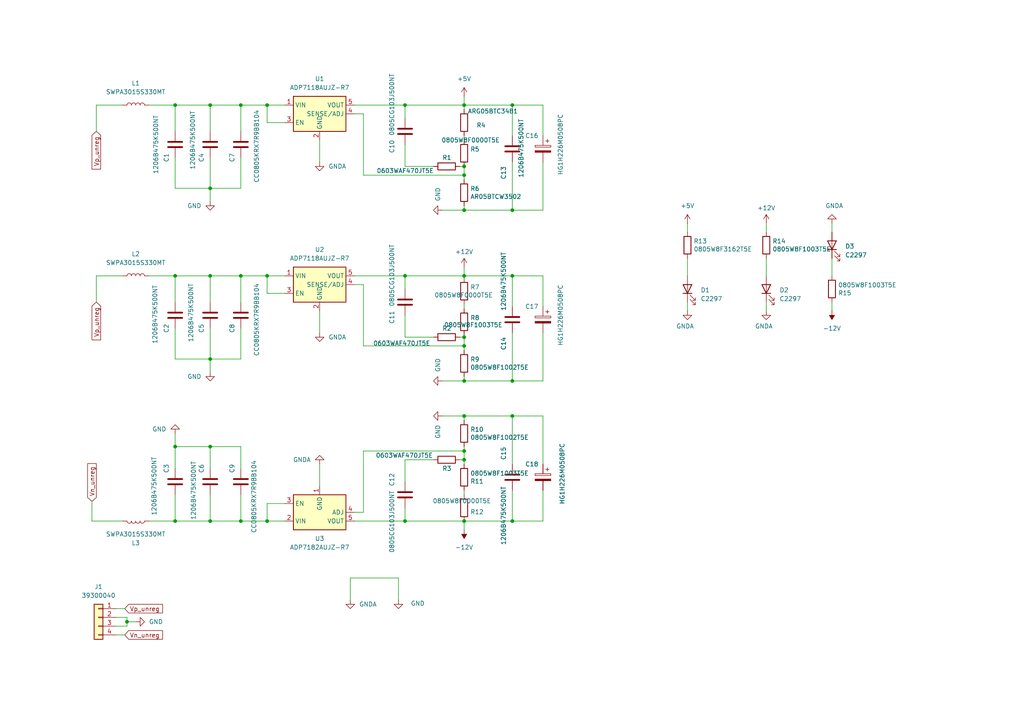
<source format=kicad_sch>
(kicad_sch (version 20250114) (generator "eeschema") (generator_version "9.0")
  (paper "A4")
  (lib_symbols
    (symbol "Connector_Generic:Conn_01x04" (pin_names (offset 1.016) (hide yes))
      (property "Reference" "J" (at 0 5.08 0))
      (property "Value" "Conn_01x04" (at 0 -7.62 0))
      (symbol "Conn_01x04_1_1"
        (rectangle (start -1.27 3.81) (end 1.27 -6.35) (stroke (width 0.254)) (fill (type background)))
        (rectangle (start -1.27 2.667) (end 0 2.413) (stroke (width 0.1524)))
        (rectangle (start -1.27 0.127) (end 0 -0.127) (stroke (width 0.1524)))
        (rectangle (start -1.27 -2.413) (end 0 -2.667) (stroke (width 0.1524)))
        (rectangle (start -1.27 -4.953) (end 0 -5.207) (stroke (width 0.1524)))
        (pin passive line (at -5.08 2.54 0) (length 3.81) (name "Pin_1") (number "1"))
        (pin passive line (at -5.08 0 0) (length 3.81) (name "Pin_2") (number "2"))
        (pin passive line (at -5.08 -2.54 0) (length 3.81) (name "Pin_3") (number "3"))
        (pin passive line (at -5.08 -5.08 0) (length 3.81) (name "Pin_4") (number "4"))
      )
    )
    (symbol "Device:C" (pin_numbers (hide yes)) (pin_names (offset 0.254))
      (property "Reference" "C" (at 0.635 2.54 0))
      (property "Value" "C" (at 0.635 -2.54 0))
      (symbol "C_0_1"
        (polyline (pts (xy -2.032 0.762) (xy 2.032 0.762)) (stroke (width 0.508)))
        (polyline (pts (xy -2.032 -0.762) (xy 2.032 -0.762)) (stroke (width 0.508)))
      )
      (symbol "C_1_1"
        (pin passive line (at 0 3.81 270) (length 2.794) (name "~") (number "1"))
        (pin passive line (at 0 -3.81 90) (length 2.794) (name "~") (number "2"))
      )
    )
    (symbol "Device:C_Polarized" (pin_numbers (hide yes)) (pin_names (offset 0.254))
      (property "Reference" "C" (at 0.635 2.54 0))
      (property "Value" "C_Polarized" (at 0.635 -2.54 0))
      (symbol "C_Polarized_0_1"
        (rectangle (start -2.286 0.508) (end 2.286 1.016))
        (polyline (pts (xy -1.778 2.286) (xy -0.762 2.286)))
        (polyline (pts (xy -1.27 2.794) (xy -1.27 1.778)))
        (rectangle (start 2.286 -0.508) (end -2.286 -1.016) (fill (type outline)))
      )
      (symbol "C_Polarized_1_1"
        (pin passive line (at 0 3.81 270) (length 2.794) (name "~") (number "1"))
        (pin passive line (at 0 -3.81 90) (length 2.794) (name "~") (number "2"))
      )
    )
    (symbol "Device:L" (pin_numbers (hide yes)) (pin_names (offset 1.016) (hide yes))
      (property "Reference" "L" (at -1.27 0 90))
      (property "Value" "L" (at 1.905 0 90))
      (symbol "L_0_1"
        (arc (start 0 2.54) (mid 0.6323 1.905) (end 0 1.27))
        (arc (start 0 1.27) (mid 0.6323 0.635) (end 0 0))
        (arc (start 0 0) (mid 0.6323 -0.635) (end 0 -1.27))
        (arc (start 0 -1.27) (mid 0.6323 -1.905) (end 0 -2.54))
      )
      (symbol "L_1_1"
        (pin passive line (at 0 3.81 270) (length 1.27) (name "1") (number "1"))
        (pin passive line (at 0 -3.81 90) (length 1.27) (name "2") (number "2"))
      )
    )
    (symbol "Device:LED" (pin_numbers (hide yes)) (pin_names (offset 1.016) (hide yes))
      (property "Reference" "D" (at 0 2.54 0))
      (property "Value" "LED" (at 0 -2.54 0))
      (symbol "LED_0_1"
        (polyline (pts (xy -3.048 -0.762) (xy -4.572 -2.286) (xy -3.81 -2.286) (xy -4.572 -2.286) (xy -4.572 -1.524)))
        (polyline (pts (xy -1.778 -0.762) (xy -3.302 -2.286) (xy -2.54 -2.286) (xy -3.302 -2.286) (xy -3.302 -1.524)))
        (polyline (pts (xy -1.27 0) (xy 1.27 0)))
        (polyline (pts (xy -1.27 -1.27) (xy -1.27 1.27)) (stroke (width 0.254)))
        (polyline (pts (xy 1.27 -1.27) (xy 1.27 1.27) (xy -1.27 0) (xy 1.27 -1.27)) (stroke (width 0.254)))
      )
      (symbol "LED_1_1"
        (pin passive line (at -3.81 0 0) (length 2.54) (name "K") (number "1"))
        (pin passive line (at 3.81 0 180) (length 2.54) (name "A") (number "2"))
      )
    )
    (symbol "Device:R" (pin_numbers (hide yes)) (pin_names (offset 0))
      (property "Reference" "R" (at 2.032 0 90))
      (property "Value" "R" (at 0 0 90))
      (symbol "R_0_1"
        (rectangle (start -1.016 -2.54) (end 1.016 2.54) (stroke (width 0.254)))
      )
      (symbol "R_1_1"
        (pin passive line (at 0 3.81 270) (length 1.27) (name "~") (number "1"))
        (pin passive line (at 0 -3.81 90) (length 1.27) (name "~") (number "2"))
      )
    )
    (symbol "Regulator_Linear:ADP7142AUJZ"
      (property "Reference" "U" (at 0 8.89 0))
      (property "Value" "ADP7142AUJZ" (at 0 6.35 0))
      (symbol "ADP7142AUJZ_0_1"
        (rectangle (start -7.62 5.08) (end 7.62 -5.08) (stroke (width 0.254)) (fill (type background)))
      )
      (symbol "ADP7142AUJZ_1_1"
        (pin power_in line (at -10.16 2.54 0) (length 2.54) (name "VIN") (number "1"))
        (pin input line (at -10.16 -2.54 0) (length 2.54) (name "EN") (number "3"))
        (pin power_in line (at 0 -7.62 90) (length 2.54) (name "GND") (number "2"))
        (pin power_out line (at 10.16 2.54 180) (length 2.54) (name "VOUT") (number "5"))
        (pin input line (at 10.16 0 180) (length 2.54) (name "SENSE/ADJ") (number "4"))
      )
    )
    (symbol "Regulator_Linear:ADP7182AUJZ"
      (property "Reference" "U" (at 0 -7.62 0))
      (property "Value" "ADP7182AUJZ" (at 0 -6.35 0))
      (symbol "ADP7182AUJZ_0_1"
        (rectangle (start -7.62 5.08) (end 7.62 -5.08) (stroke (width 0.254)) (fill (type background)))
      )
      (symbol "ADP7182AUJZ_1_1"
        (pin input line (at -10.16 2.54 0) (length 2.54) (name "EN") (number "3"))
        (pin power_in line (at -10.16 -2.54 0) (length 2.54) (name "VIN") (number "2"))
        (pin power_in line (at 0 7.62 270) (length 2.54) (name "GND") (number "1"))
        (pin input line (at 10.16 0 180) (length 2.54) (name "ADJ") (number "4"))
        (pin power_out line (at 10.16 -2.54 180) (length 2.54) (name "VOUT") (number "5"))
      )
    )
    (symbol "power:+12V" (power) (pin_numbers (hide yes)) (pin_names (offset 0) (hide yes))
      (property "Value" "+12V" (at 0 3.556 0))
      (symbol "+12V_0_1"
        (polyline (pts (xy -0.762 1.27) (xy 0 2.54)))
        (polyline (pts (xy 0 2.54) (xy 0.762 1.27)))
        (polyline (pts (xy 0 0) (xy 0 2.54)))
      )
      (symbol "+12V_1_1"
        (pin power_in line (at 0 0 90) (length 0) (name "~") (number "1"))
      )
    )
    (symbol "power:-12V" (power) (pin_numbers (hide yes)) (pin_names (offset 0) (hide yes))
      (property "Value" "-12V" (at 0 3.556 0))
      (symbol "-12V_0_0"
        (pin power_in line (at 0 0 90) (length 0) (name "~") (number "1"))
      )
      (symbol "-12V_0_1"
        (polyline (pts (xy 0 0) (xy 0 1.27) (xy 0.762 1.27) (xy 0 2.54) (xy -0.762 1.27) (xy 0 1.27)) (fill (type outline)))
      )
    )
    (symbol "power:GND" (power) (pin_names (offset 0))
      (property "Value" "GND" (at 0 -3.81 0))
      (symbol "GND_0_1"
        (polyline (pts (xy 0 0) (xy 0 -1.27) (xy 1.27 -1.27) (xy 0 -2.54) (xy -1.27 -1.27) (xy 0 -1.27)))
      )
      (symbol "GND_1_1"
        (pin power_in line (at 0 0 270) (length 0) (hide yes) (name "GND") (number "1"))
      )
    )
  )
  (junction (at 117.475 151.13))
  (junction (at 134.62 60.96))
  (junction (at 36.83 180.34))
  (junction (at 77.47 151.13))
  (junction (at 60.96 30.48))
  (junction (at 69.85 80.01))
  (junction (at 134.62 48.26))
  (junction (at 50.8 151.13))
  (junction (at 50.8 80.01))
  (junction (at 134.62 151.13))
  (junction (at 60.96 151.13))
  (junction (at 134.62 30.48))
  (junction (at 50.8 129.54))
  (junction (at 148.59 30.48))
  (junction (at 60.96 54.61))
  (junction (at 77.47 30.48))
  (junction (at 134.62 97.79))
  (junction (at 117.475 30.48))
  (junction (at 134.62 100.33))
  (junction (at 134.62 110.49))
  (junction (at 134.62 50.8))
  (junction (at 148.59 60.96))
  (junction (at 69.85 30.48))
  (junction (at 134.62 130.81))
  (junction (at 148.59 120.65))
  (junction (at 60.96 104.14))
  (junction (at 148.59 80.01))
  (junction (at 77.47 80.01))
  (junction (at 148.59 151.13))
  (junction (at 134.62 120.65))
  (junction (at 117.475 80.01))
  (junction (at 134.62 133.35))
  (junction (at 50.8 30.48))
  (junction (at 69.85 151.13))
  (junction (at 60.96 80.01))
  (junction (at 148.59 110.49))
  (junction (at 60.96 129.54))
  (junction (at 134.62 80.01))
  (wire (pts (xy 157.48 134.62) (xy 157.48 120.65)))
  (wire (pts (xy 148.59 60.96) (xy 157.48 60.96)))
  (wire (pts (xy 77.47 35.56) (xy 77.47 30.48)))
  (wire (pts (xy 134.62 110.49) (xy 148.59 110.49)))
  (wire (pts (xy 148.59 120.65) (xy 157.48 120.65)))
  (wire (pts (xy 117.475 151.13) (xy 117.475 147.32)))
  (wire (pts (xy 69.85 95.25) (xy 69.85 104.14)))
  (wire (pts (xy 105.41 148.59) (xy 105.41 130.81)))
  (wire (pts (xy 69.85 129.54) (xy 60.96 129.54)))
  (wire (pts (xy 60.96 151.13) (xy 69.85 151.13)))
  (wire (pts (xy 102.87 82.55) (xy 105.41 82.55)))
  (wire (pts (xy 134.62 27.94) (xy 134.62 30.48)))
  (wire (pts (xy 69.85 104.14) (xy 60.96 104.14)))
  (wire (pts (xy 35.56 80.01) (xy 27.94 80.01)))
  (wire (pts (xy 60.96 104.14) (xy 50.8 104.14)))
  (wire (pts (xy 105.41 33.02) (xy 105.41 50.8)))
  (wire (pts (xy 60.96 54.61) (xy 50.8 54.61)))
  (wire (pts (xy 69.85 38.1) (xy 69.85 30.48)))
  (wire (pts (xy 50.8 151.13) (xy 60.96 151.13)))
  (wire (pts (xy 133.35 48.26) (xy 134.62 48.26)))
  (wire (pts (xy 102.87 30.48) (xy 117.475 30.48)))
  (wire (pts (xy 69.85 80.01) (xy 77.47 80.01)))
  (wire (pts (xy 134.62 52.07) (xy 134.62 50.8)))
  (wire (pts (xy 134.62 80.645) (xy 134.62 80.01)))
  (wire (pts (xy 82.55 35.56) (xy 77.47 35.56)))
  (wire (pts (xy 148.59 80.01) (xy 148.59 88.9)))
  (wire (pts (xy 241.3 80.01) (xy 241.3 74.93)))
  (wire (pts (xy 134.62 133.35) (xy 134.62 130.81)))
  (wire (pts (xy 36.83 181.61) (xy 33.655 181.61)))
  (wire (pts (xy 148.59 30.48) (xy 157.48 30.48)))
  (wire (pts (xy 134.62 97.155) (xy 134.62 97.79)))
  (wire (pts (xy 60.96 38.1) (xy 60.96 30.48)))
  (wire (pts (xy 60.96 135.89) (xy 60.96 129.54)))
  (wire (pts (xy 222.25 64.77) (xy 222.25 67.31)))
  (wire (pts (xy 27.94 80.01) (xy 27.94 87.63)))
  (wire (pts (xy 69.85 143.51) (xy 69.85 151.13)))
  (wire (pts (xy 148.59 96.52) (xy 148.59 110.49)))
  (wire (pts (xy 134.62 60.96) (xy 148.59 60.96)))
  (wire (pts (xy 222.25 74.93) (xy 222.25 80.01)))
  (wire (pts (xy 77.47 146.05) (xy 77.47 151.13)))
  (wire (pts (xy 241.3 90.17) (xy 241.3 87.63)))
  (wire (pts (xy 117.475 80.01) (xy 134.62 80.01)))
  (wire (pts (xy 60.96 87.63) (xy 60.96 80.01)))
  (wire (pts (xy 128.27 110.49) (xy 134.62 110.49)))
  (wire (pts (xy 157.48 46.99) (xy 157.48 60.96)))
  (wire (pts (xy 82.55 146.05) (xy 77.47 146.05)))
  (wire (pts (xy 50.8 30.48) (xy 50.8 38.1)))
  (wire (pts (xy 36.83 180.34) (xy 39.37 180.34)))
  (wire (pts (xy 105.41 82.55) (xy 105.41 100.33)))
  (wire (pts (xy 117.475 91.44) (xy 117.475 97.79)))
  (wire (pts (xy 50.8 151.13) (xy 50.8 143.51)))
  (wire (pts (xy 134.62 80.01) (xy 148.59 80.01)))
  (wire (pts (xy 69.85 30.48) (xy 77.47 30.48)))
  (wire (pts (xy 82.55 85.09) (xy 77.47 85.09)))
  (wire (pts (xy 133.35 133.35) (xy 134.62 133.35)))
  (wire (pts (xy 157.48 80.01) (xy 157.48 88.9)))
  (wire (pts (xy 101.6 173.99) (xy 101.6 167.64)))
  (wire (pts (xy 36.195 176.53) (xy 33.655 176.53)))
  (wire (pts (xy 134.62 101.6) (xy 134.62 100.33)))
  (wire (pts (xy 241.3 67.31) (xy 241.3 64.77)))
  (wire (pts (xy 69.85 54.61) (xy 60.96 54.61)))
  (wire (pts (xy 117.475 41.91) (xy 117.475 48.26)))
  (wire (pts (xy 134.62 153.67) (xy 134.62 151.13)))
  (wire (pts (xy 105.41 100.33) (xy 134.62 100.33)))
  (wire (pts (xy 60.96 30.48) (xy 69.85 30.48)))
  (wire (pts (xy 60.96 143.51) (xy 60.96 151.13)))
  (wire (pts (xy 92.71 96.52) (xy 92.71 90.17)))
  (wire (pts (xy 148.59 151.13) (xy 148.59 142.24)))
  (wire (pts (xy 43.18 151.13) (xy 50.8 151.13)))
  (wire (pts (xy 102.87 80.01) (xy 117.475 80.01)))
  (wire (pts (xy 50.8 95.25) (xy 50.8 104.14)))
  (wire (pts (xy 148.59 80.01) (xy 157.48 80.01)))
  (wire (pts (xy 199.39 87.63) (xy 199.39 90.17)))
  (wire (pts (xy 134.62 31.75) (xy 134.62 30.48)))
  (wire (pts (xy 60.96 104.14) (xy 60.96 107.95)))
  (wire (pts (xy 60.96 95.25) (xy 60.96 104.14)))
  (wire (pts (xy 117.475 151.13) (xy 134.62 151.13)))
  (wire (pts (xy 148.59 110.49) (xy 157.48 110.49)))
  (wire (pts (xy 43.18 30.48) (xy 50.8 30.48)))
  (wire (pts (xy 102.87 33.02) (xy 105.41 33.02)))
  (wire (pts (xy 134.62 120.65) (xy 148.59 120.65)))
  (wire (pts (xy 102.87 151.13) (xy 117.475 151.13)))
  (wire (pts (xy 36.195 184.15) (xy 33.655 184.15)))
  (wire (pts (xy 69.85 151.13) (xy 77.47 151.13)))
  (wire (pts (xy 69.85 135.89) (xy 69.85 129.54)))
  (wire (pts (xy 134.62 48.26) (xy 134.62 50.8)))
  (wire (pts (xy 117.475 133.35) (xy 125.73 133.35)))
  (wire (pts (xy 157.48 96.52) (xy 157.48 110.49)))
  (wire (pts (xy 26.67 145.415) (xy 26.67 151.13)))
  (wire (pts (xy 115.57 167.64) (xy 115.57 173.99)))
  (wire (pts (xy 134.62 134.62) (xy 134.62 133.35)))
  (wire (pts (xy 69.85 87.63) (xy 69.85 80.01)))
  (wire (pts (xy 148.59 30.48) (xy 148.59 39.37)))
  (wire (pts (xy 60.96 45.72) (xy 60.96 54.61)))
  (wire (pts (xy 82.55 80.01) (xy 77.47 80.01)))
  (wire (pts (xy 128.27 120.65) (xy 134.62 120.65)))
  (wire (pts (xy 148.59 151.13) (xy 157.48 151.13)))
  (wire (pts (xy 105.41 50.8) (xy 134.62 50.8)))
  (wire (pts (xy 92.71 46.99) (xy 92.71 40.64)))
  (wire (pts (xy 134.62 60.96) (xy 134.62 59.69)))
  (wire (pts (xy 222.25 87.63) (xy 222.25 90.17)))
  (wire (pts (xy 60.96 80.01) (xy 69.85 80.01)))
  (wire (pts (xy 26.67 151.13) (xy 35.56 151.13)))
  (wire (pts (xy 134.62 39.37) (xy 134.62 40.64)))
  (wire (pts (xy 60.96 129.54) (xy 50.8 129.54)))
  (wire (pts (xy 134.62 151.13) (xy 148.59 151.13)))
  (wire (pts (xy 117.475 97.79) (xy 125.73 97.79)))
  (wire (pts (xy 82.55 30.48) (xy 77.47 30.48)))
  (wire (pts (xy 92.71 134.62) (xy 92.71 140.97)))
  (wire (pts (xy 128.27 60.96) (xy 134.62 60.96)))
  (wire (pts (xy 157.48 30.48) (xy 157.48 39.37)))
  (wire (pts (xy 50.8 135.89) (xy 50.8 129.54)))
  (wire (pts (xy 27.94 30.48) (xy 27.94 38.1)))
  (wire (pts (xy 36.83 179.07) (xy 33.655 179.07)))
  (wire (pts (xy 157.48 151.13) (xy 157.48 142.24)))
  (wire (pts (xy 117.475 30.48) (xy 117.475 34.29)))
  (wire (pts (xy 117.475 80.01) (xy 117.475 83.82)))
  (wire (pts (xy 36.83 179.07) (xy 36.83 180.34)))
  (wire (pts (xy 117.475 30.48) (xy 134.62 30.48)))
  (wire (pts (xy 133.35 97.79) (xy 134.62 97.79)))
  (wire (pts (xy 50.8 129.54) (xy 50.8 125.73)))
  (wire (pts (xy 77.47 85.09) (xy 77.47 80.01)))
  (wire (pts (xy 134.62 143.51) (xy 134.62 142.24)))
  (wire (pts (xy 148.59 134.62) (xy 148.59 120.65)))
  (wire (pts (xy 117.475 133.35) (xy 117.475 139.7)))
  (wire (pts (xy 199.39 74.93) (xy 199.39 80.01)))
  (wire (pts (xy 134.62 77.47) (xy 134.62 80.01)))
  (wire (pts (xy 117.475 48.26) (xy 125.73 48.26)))
  (wire (pts (xy 105.41 130.81) (xy 134.62 130.81)))
  (wire (pts (xy 134.62 88.265) (xy 134.62 89.535)))
  (wire (pts (xy 148.59 46.99) (xy 148.59 60.96)))
  (wire (pts (xy 134.62 120.65) (xy 134.62 121.92)))
  (wire (pts (xy 50.8 80.01) (xy 60.96 80.01)))
  (wire (pts (xy 50.8 80.01) (xy 50.8 87.63)))
  (wire (pts (xy 134.62 110.49) (xy 134.62 109.22)))
  (wire (pts (xy 50.8 30.48) (xy 60.96 30.48)))
  (wire (pts (xy 82.55 151.13) (xy 77.47 151.13)))
  (wire (pts (xy 69.85 45.72) (xy 69.85 54.61)))
  (wire (pts (xy 134.62 30.48) (xy 148.59 30.48)))
  (wire (pts (xy 35.56 30.48) (xy 27.94 30.48)))
  (wire (pts (xy 50.8 45.72) (xy 50.8 54.61)))
  (wire (pts (xy 36.83 180.34) (xy 36.83 181.61)))
  (wire (pts (xy 43.18 80.01) (xy 50.8 80.01)))
  (wire (pts (xy 101.6 167.64) (xy 115.57 167.64)))
  (wire (pts (xy 60.96 54.61) (xy 60.96 58.42)))
  (wire (pts (xy 102.87 148.59) (xy 105.41 148.59)))
  (wire (pts (xy 134.62 97.79) (xy 134.62 100.33)))
  (wire (pts (xy 199.39 64.77) (xy 199.39 67.31)))
  (wire (pts (xy 134.62 129.54) (xy 134.62 130.81)))
  (global_label "Vp_unreg" (shape input) (at 36.195 176.53 0) (property "Intersheetrefs" "${INTERSHEET_REFS}" (effects (hide yes))))
  (global_label "Vp_unreg" (shape input) (at 27.94 87.63 270) (property "Intersheetrefs" "${INTERSHEET_REFS}" (effects (hide yes))))
  (global_label "Vp_unreg" (shape input) (at 27.94 38.1 270) (property "Intersheetrefs" "${INTERSHEET_REFS}" (effects (hide yes))))
  (global_label "Vn_unreg" (shape input) (at 26.67 145.415 90) (property "Intersheetrefs" "${INTERSHEET_REFS}" (effects (hide yes))))
  (global_label "Vn_unreg" (shape input) (at 36.195 184.15 0) (property "Intersheetrefs" "${INTERSHEET_REFS}" (effects (hide yes))))
  (symbol (lib_id "power:-12V") (at 134.62 153.67 180) (unit 1)
    (property "Reference" "#PWR015" (effects (hide yes)))
    (property "Value" "-12V" (at 134.62 158.75 0))
    (property "Description" "Power symbol creates a global label with name \"-12V\"" (effects (hide yes)))
  )
  (symbol (lib_id "Device:C") (at 148.59 43.18 0) (unit 1)
    (property "Reference" "C13" (at 146.05 52.07 90) (effects (justify left)))
    (property "Value" "1206B475K500NT" (at 151.13 51.562 90) (effects (justify left)))
    (property "Footprint" "Capacitor_SMD:C_1206_3216Metric_Pad1.33x1.80mm_HandSolder" (effects (hide yes)))
  )
  (symbol (lib_id "Device:C") (at 148.59 138.43 0) (mirror x) (unit 1)
    (property "Reference" "C15" (at 146.05 129.54 90) (effects (justify left)))
    (property "Value" "1206B475K500NT" (at 146.05 140.97 90) (effects (justify left)))
    (property "Footprint" "Capacitor_SMD:C_1206_3216Metric_Pad1.33x1.80mm_HandSolder" (effects (hide yes)))
  )
  (symbol (lib_id "Device:L") (at 39.37 151.13 90) (mirror x) (unit 1)
    (property "Reference" "L3" (at 39.37 157.48 90))
    (property "Value" "SWPA3015S330MT" (at 39.37 154.94 90))
    (property "Footprint" "Inductor_SMD:L_Taiyo-Yuden_MD-3030" (effects (hide yes)))
  )
  (symbol (lib_id "power:GND") (at 60.96 58.42 0) (unit 1)
    (property "Reference" "#PWR03" (effects (hide yes)))
    (property "Value" "GND" (at 58.42 59.6901 0) (effects (justify right)))
  )
  (symbol (lib_id "Device:LED") (at 241.3 71.12 90) (unit 1)
    (property "Reference" "D3" (at 245.11 71.4374 90) (effects (justify right)))
    (property "Value" "C2297" (at 245.11 73.9774 90) (effects (justify right)))
    (property "Footprint" "LED_SMD:LED_0805_2012Metric" (effects (hide yes)))
  )
  (symbol (lib_id "Device:C_Polarized") (at 157.48 92.71 0) (mirror y) (unit 1)
    (property "Reference" "C17" (at 156.21 88.9 0) (effects (justify left)))
    (property "Value" "HG1H226M0508PC" (at 162.56 100.33 90) (effects (justify left)))
    (property "Footprint" "Capacitor_THT:CP_Radial_D5.0mm_P2.00mm" (effects (hide yes)))
  )
  (symbol (lib_id "Device:C") (at 50.8 91.44 0) (mirror y) (unit 1)
    (property "Reference" "C2" (at 48.26 95.25 90))
    (property "Value" "1206B475K500NT" (at 44.958 91.186 90))
    (property "Footprint" "Capacitor_SMD:C_1206_3216Metric_Pad1.33x1.80mm_HandSolder" (effects (hide yes)))
  )
  (symbol (lib_id "Regulator_Linear:ADP7142AUJZ") (at 92.71 82.55 0) (unit 1)
    (property "Reference" "U2" (at 92.71 72.39 0))
    (property "Value" "ADP7118AUJZ-R7" (at 92.71 74.93 0))
    (property "Footprint" "Package_TO_SOT_SMD:TSOT-23-5" (effects (hide yes)))
    (property "Datasheet" "https://www.analog.com/media/en/technical-documentation/data-sheets/ADP7142.pdf" (effects (hide yes)))
  )
  (symbol (lib_id "Device:C") (at 60.96 41.91 0) (mirror y) (unit 1)
    (property "Reference" "C4" (at 58.42 45.72 90))
    (property "Value" "1206B475K500NT" (at 55.88 40.64 90))
    (property "Footprint" "Capacitor_SMD:C_1206_3216Metric_Pad1.33x1.80mm_HandSolder" (effects (hide yes)))
  )
  (symbol (lib_id "Device:R") (at 134.62 44.45 0) (mirror y) (unit 1)
    (property "Reference" "R5" (at 136.398 43.2816 0) (effects (justify right)))
    (property "Value" "0805W8F0000T5E" (at 128.016 40.64 0) (effects (justify right)))
    (property "Footprint" "Resistor_SMD:R_0805_2012Metric" (effects (hide yes)))
  )
  (symbol (lib_id "Device:C_Polarized") (at 157.48 138.43 0) (mirror y) (unit 1)
    (property "Reference" "C18" (at 156.21 134.62 0) (effects (justify left)))
    (property "Value" "HG1H226M0508PC" (at 163.068 146.304 90) (effects (justify left)))
    (property "Footprint" "Capacitor_THT:CP_Radial_D5.0mm_P2.00mm" (effects (hide yes)))
  )
  (symbol (lib_id "Device:R") (at 129.54 97.79 90) (mirror x) (unit 1)
    (property "Reference" "R2" (at 128.27 95.25 90) (effects (justify right)))
    (property "Value" "0603WAF470JT5E" (at 108.204 99.568 90) (effects (justify right)))
    (property "Footprint" "Resistor_SMD:R_0603_1608Metric_Pad0.98x0.95mm_HandSolder" (effects (hide yes)))
  )
  (symbol (lib_id "power:GND") (at 101.6 173.99 0) (unit 1)
    (property "Reference" "#PWR08" (effects (hide yes)))
    (property "Value" "GNDA" (at 104.14 175.2599 0) (effects (justify left)))
  )
  (symbol (lib_id "Device:R") (at 134.62 147.32 180) (unit 1)
    (property "Reference" "R12" (at 136.398 148.4884 0) (effects (justify right)))
    (property "Value" "0805W8F0000T5E" (at 125.476 145.288 0) (effects (justify right)))
    (property "Footprint" "Resistor_SMD:R_0805_2012Metric" (effects (hide yes)))
  )
  (symbol (lib_id "power:-12V") (at 241.3 90.17 180) (unit 1)
    (property "Reference" "#PWR021" (effects (hide yes)))
    (property "Value" "-12V" (at 241.3 95.25 0))
    (property "Description" "Power symbol creates a global label with name \"-12V\"" (effects (hide yes)))
  )
  (symbol (lib_id "Device:L") (at 39.37 30.48 90) (unit 1)
    (property "Reference" "L1" (at 39.37 24.13 90))
    (property "Value" "SWPA3015S330MT" (at 39.37 26.67 90))
    (property "Footprint" "Inductor_SMD:L_Taiyo-Yuden_MD-3030" (effects (hide yes)))
  )
  (symbol (lib_id "power:+12V") (at 199.39 64.77 0) (unit 1)
    (property "Reference" "#PWR016" (effects (hide yes)))
    (property "Value" "+5V" (at 199.39 59.69 0))
    (property "Description" "Power symbol creates a global label with name \"+12V\"" (effects (hide yes)))
  )
  (symbol (lib_id "power:GND") (at 128.27 120.65 270) (mirror x) (unit 1)
    (property "Reference" "#PWR012" (effects (hide yes)))
    (property "Value" "GND" (at 126.9999 123.19 0) (effects (justify right)))
  )
  (symbol (lib_id "Device:R") (at 199.39 71.12 0) (mirror y) (unit 1)
    (property "Reference" "R13" (at 201.168 69.9516 0) (effects (justify right)))
    (property "Value" "0805W8F3162T5E" (at 201.168 72.263 0) (effects (justify right)))
    (property "Footprint" "Resistor_SMD:R_0805_2012Metric" (effects (hide yes)))
  )
  (symbol (lib_id "Device:R") (at 222.25 71.12 0) (mirror y) (unit 1)
    (property "Reference" "R14" (at 224.028 69.9516 0) (effects (justify right)))
    (property "Value" "0805W8F1003T5E" (at 224.028 72.263 0) (effects (justify right)))
    (property "Footprint" "Resistor_SMD:R_0805_2012Metric" (effects (hide yes)))
  )
  (symbol (lib_id "Device:C") (at 69.85 41.91 0) (mirror y) (unit 1)
    (property "Reference" "C7" (at 67.31 45.72 90))
    (property "Value" "CC0805KRX7R9BB104" (at 74.422 42.418 90))
    (property "Footprint" "Capacitor_SMD:C_0805_2012Metric" (effects (hide yes)))
  )
  (symbol (lib_id "Device:LED") (at 199.39 83.82 90) (unit 1)
    (property "Reference" "D1" (at 203.2 84.1374 90) (effects (justify right)))
    (property "Value" "C2297" (at 203.2 86.6774 90) (effects (justify right)))
    (property "Footprint" "LED_SMD:LED_0805_2012Metric" (effects (hide yes)))
  )
  (symbol (lib_id "Device:L") (at 39.37 80.01 90) (unit 1)
    (property "Reference" "L2" (at 39.37 73.66 90))
    (property "Value" "SWPA3015S330MT" (at 39.37 76.2 90))
    (property "Footprint" "Inductor_SMD:L_Taiyo-Yuden_MD-3030" (effects (hide yes)))
  )
  (symbol (lib_id "power:GND") (at 92.71 134.62 0) (mirror x) (unit 1)
    (property "Reference" "#PWR07" (effects (hide yes)))
    (property "Value" "GNDA" (at 90.17 133.3499 0) (effects (justify right)))
  )
  (symbol (lib_id "Device:R") (at 134.62 125.73 0) (mirror y) (unit 1)
    (property "Reference" "R10" (at 136.398 124.5616 0) (effects (justify right)))
    (property "Value" "0805W8F1002T5E" (at 136.398 126.873 0) (effects (justify right)))
    (property "Footprint" "Resistor_SMD:R_0805_2012Metric" (effects (hide yes)))
  )
  (symbol (lib_id "Device:R") (at 134.62 84.455 0) (mirror y) (unit 1)
    (property "Reference" "R7" (at 136.398 83.2866 0) (effects (justify right)))
    (property "Value" "0805W8F0000T5E" (at 125.984 85.598 0) (effects (justify right)))
    (property "Footprint" "Resistor_SMD:R_0805_2012Metric" (effects (hide yes)))
  )
  (symbol (lib_id "Device:R") (at 134.62 35.56 0) (mirror y) (unit 1)
    (property "Reference" "R4" (at 138.176 36.322 0) (effects (justify right)))
    (property "Value" "ARG05BTC3481" (at 135.636 32.258 0) (effects (justify right)))
    (property "Footprint" "Resistor_SMD:R_0805_2012Metric" (effects (hide yes)))
  )
  (symbol (lib_id "Device:C") (at 50.8 41.91 0) (mirror y) (unit 1)
    (property "Reference" "C1" (at 48.26 45.72 90))
    (property "Value" "1206B475K500NT" (at 45.212 41.91 90))
    (property "Footprint" "Capacitor_SMD:C_1206_3216Metric_Pad1.33x1.80mm_HandSolder" (effects (hide yes)))
  )
  (symbol (lib_id "power:GND") (at 199.39 90.17 0) (unit 1)
    (property "Reference" "#PWR017" (effects (hide yes)))
    (property "Value" "GNDA" (at 201.295 94.615 0) (effects (justify right)))
  )
  (symbol (lib_id "power:GND") (at 241.3 64.77 180) (unit 1)
    (property "Reference" "#PWR020" (effects (hide yes)))
    (property "Value" "GNDA" (at 239.395 59.69 0) (effects (justify right)))
  )
  (symbol (lib_id "Device:C") (at 117.475 38.1 0) (unit 1)
    (property "Reference" "C10" (at 113.665 44.45 90) (effects (justify left)))
    (property "Value" "0805CG103J500NT" (at 113.665 39.37 90) (effects (justify left)))
    (property "Footprint" "Capacitor_SMD:C_0805_2012Metric" (effects (hide yes)))
  )
  (symbol (lib_id "Device:R") (at 129.54 133.35 90) (unit 1)
    (property "Reference" "R3" (at 128.27 135.89 90) (effects (justify right)))
    (property "Value" "0603WAF470JT5E" (at 108.966 132.08 90) (effects (justify right)))
    (property "Footprint" "Resistor_SMD:R_0603_1608Metric_Pad0.98x0.95mm_HandSolder" (effects (hide yes)))
  )
  (symbol (lib_id "Device:R") (at 134.62 55.88 0) (mirror y) (unit 1)
    (property "Reference" "R6" (at 136.398 54.7116 0) (effects (justify right)))
    (property "Value" "AR05BTCW3502" (at 136.398 57.023 0) (effects (justify right)))
    (property "Footprint" "Resistor_SMD:R_0805_2012Metric" (effects (hide yes)))
  )
  (symbol (lib_id "Device:R") (at 134.62 105.41 0) (mirror y) (unit 1)
    (property "Reference" "R9" (at 136.398 104.2416 0) (effects (justify right)))
    (property "Value" "0805W8F1002T5E" (at 136.398 106.553 0) (effects (justify right)))
    (property "Footprint" "Resistor_SMD:R_0805_2012Metric" (effects (hide yes)))
  )
  (symbol (lib_id "Regulator_Linear:ADP7142AUJZ") (at 92.71 33.02 0) (unit 1)
    (property "Reference" "U1" (at 92.71 22.86 0))
    (property "Value" "ADP7118AUJZ-R7" (at 92.71 25.4 0))
    (property "Footprint" "Package_TO_SOT_SMD:TSOT-23-5" (effects (hide yes)))
    (property "Datasheet" "https://www.analog.com/media/en/technical-documentation/data-sheets/ADP7142.pdf" (effects (hide yes)))
  )
  (symbol (lib_id "power:GND") (at 115.57 173.99 0) (unit 1)
    (property "Reference" "#PWR09" (effects (hide yes)))
    (property "Value" "GND" (at 121.158 175.006 0))
  )
  (symbol (lib_id "Device:C_Polarized") (at 157.48 43.18 0) (mirror y) (unit 1)
    (property "Reference" "C16" (at 156.21 39.37 0) (effects (justify left)))
    (property "Value" "HG1H226M0508PC" (at 162.56 50.8 90) (effects (justify left)))
    (property "Footprint" "Capacitor_THT:CP_Radial_D5.0mm_P2.00mm" (effects (hide yes)))
  )
  (symbol (lib_id "power:GND") (at 92.71 96.52 0) (unit 1)
    (property "Reference" "#PWR06" (effects (hide yes)))
    (property "Value" "GNDA" (at 95.25 97.7899 0) (effects (justify left)))
  )
  (symbol (lib_id "Device:C") (at 69.85 139.7 180) (unit 1)
    (property "Reference" "C9" (at 67.31 135.89 90))
    (property "Value" "CC0805KRX7R9BB104" (at 73.66 144.018 90))
    (property "Footprint" "Capacitor_SMD:C_0805_2012Metric" (effects (hide yes)))
  )
  (symbol (lib_id "Device:R") (at 241.3 83.82 180) (unit 1)
    (property "Reference" "R15" (at 243.078 84.9884 0) (effects (justify right)))
    (property "Value" "0805W8F1003T5E" (at 243.078 82.677 0) (effects (justify right)))
    (property "Footprint" "Resistor_SMD:R_0805_2012Metric" (effects (hide yes)))
  )
  (symbol (lib_id "power:GND") (at 39.37 180.34 90) (unit 1)
    (property "Reference" "#PWR01" (effects (hide yes)))
    (property "Value" "GND" (at 43.18 180.34 90) (effects (justify right)))
  )
  (symbol (lib_id "Regulator_Linear:ADP7182AUJZ") (at 92.71 148.59 0) (unit 1)
    (property "Reference" "U3" (at 92.71 156.21 0))
    (property "Value" "ADP7182AUJZ-R7" (at 92.71 158.75 0))
    (property "Footprint" "Package_TO_SOT_SMD:TSOT-23-5" (effects (hide yes)))
    (property "Datasheet" "https://www.analog.com/media/en/technical-documentation/data-sheets/ADP7182.pdf" (effects (hide yes)))
  )
  (symbol (lib_id "Device:C") (at 69.85 91.44 0) (mirror y) (unit 1)
    (property "Reference" "C8" (at 67.31 95.25 90))
    (property "Value" "CC0805KRX7R9BB104" (at 74.422 92.71 90))
    (property "Footprint" "Capacitor_SMD:C_0805_2012Metric" (effects (hide yes)))
  )
  (symbol (lib_id "Device:C") (at 60.96 91.44 0) (mirror y) (unit 1)
    (property "Reference" "C5" (at 58.42 95.25 90))
    (property "Value" "1206B475K500NT" (at 55.372 90.678 90))
    (property "Footprint" "Capacitor_SMD:C_1206_3216Metric_Pad1.33x1.80mm_HandSolder" (effects (hide yes)))
  )
  (symbol (lib_id "Device:C") (at 117.475 143.51 0) (mirror x) (unit 1)
    (property "Reference" "C12" (at 113.665 137.16 90) (effects (justify left)))
    (property "Value" "0805CG103J500NT" (at 113.665 142.24 90) (effects (justify left)))
    (property "Footprint" "Capacitor_SMD:C_0805_2012Metric" (effects (hide yes)))
  )
  (symbol (lib_id "Device:C") (at 117.475 87.63 0) (unit 1)
    (property "Reference" "C11" (at 113.665 93.98 90) (effects (justify left)))
    (property "Value" "0805CG103J500NT" (at 113.665 88.9 90) (effects (justify left)))
    (property "Footprint" "Capacitor_SMD:C_0805_2012Metric" (effects (hide yes)))
  )
  (symbol (lib_id "Device:R") (at 134.62 138.43 180) (unit 1)
    (property "Reference" "R11" (at 136.398 139.5984 0) (effects (justify right)))
    (property "Value" "0805W8F1003T5E" (at 136.398 137.287 0) (effects (justify right)))
    (property "Footprint" "Resistor_SMD:R_0805_2012Metric" (effects (hide yes)))
  )
  (symbol (lib_id "power:GND") (at 222.25 90.17 0) (unit 1)
    (property "Reference" "#PWR019" (effects (hide yes)))
    (property "Value" "GNDA" (at 224.155 94.615 0) (effects (justify right)))
  )
  (symbol (lib_id "Device:C") (at 60.96 139.7 180) (unit 1)
    (property "Reference" "C6" (at 58.42 135.89 90))
    (property "Value" "1206B475K500NT" (at 56.134 142.24 90))
    (property "Footprint" "Capacitor_SMD:C_1206_3216Metric_Pad1.33x1.80mm_HandSolder" (effects (hide yes)))
  )
  (symbol (lib_id "power:GND") (at 128.27 60.96 270) (unit 1)
    (property "Reference" "#PWR010" (effects (hide yes)))
    (property "Value" "GND" (at 126.9999 58.42 0) (effects (justify right)))
  )
  (symbol (lib_id "Device:C") (at 148.59 92.71 0) (unit 1)
    (property "Reference" "C14" (at 146.05 101.6 90) (effects (justify left)))
    (property "Value" "1206B475K500NT" (at 146.05 90.17 90) (effects (justify left)))
    (property "Footprint" "Capacitor_SMD:C_1206_3216Metric_Pad1.33x1.80mm_HandSolder" (effects (hide yes)))
  )
  (symbol (lib_id "power:GND") (at 128.27 110.49 270) (unit 1)
    (property "Reference" "#PWR011" (effects (hide yes)))
    (property "Value" "GND" (at 126.9999 107.95 0) (effects (justify right)))
  )
  (symbol (lib_id "power:+12V") (at 134.62 77.47 0) (unit 1)
    (property "Reference" "#PWR014" (effects (hide yes)))
    (property "Value" "+12V" (at 134.62 73.025 0))
    (property "Description" "Power symbol creates a global label with name \"+12V\"" (effects (hide yes)))
  )
  (symbol (lib_id "power:GND") (at 92.71 46.99 0) (unit 1)
    (property "Reference" "#PWR05" (effects (hide yes)))
    (property "Value" "GNDA" (at 95.25 48.2599 0) (effects (justify left)))
  )
  (symbol (lib_id "Device:LED") (at 222.25 83.82 90) (unit 1)
    (property "Reference" "D2" (at 226.06 84.1374 90) (effects (justify right)))
    (property "Value" "C2297" (at 226.06 86.6774 90) (effects (justify right)))
    (property "Footprint" "LED_SMD:LED_0805_2012Metric" (effects (hide yes)))
  )
  (symbol (lib_id "Device:C") (at 50.8 139.7 180) (unit 1)
    (property "Reference" "C3" (at 48.26 135.89 90))
    (property "Value" "1206B475K500NT" (at 44.704 140.97 90))
    (property "Footprint" "Capacitor_SMD:C_1206_3216Metric_Pad1.33x1.80mm_HandSolder" (effects (hide yes)))
  )
  (symbol (lib_id "power:+12V") (at 134.62 27.94 0) (unit 1)
    (property "Reference" "#PWR013" (effects (hide yes)))
    (property "Value" "+5V" (at 134.62 22.86 0))
    (property "Description" "Power symbol creates a global label with name \"+12V\"" (effects (hide yes)))
  )
  (symbol (lib_id "Device:R") (at 134.62 93.345 0) (mirror y) (unit 1)
    (property "Reference" "R8" (at 136.398 92.1766 0) (effects (justify right)))
    (property "Value" "0805W8F1003T5E" (at 128.778 94.234 0) (effects (justify right)))
    (property "Footprint" "Resistor_SMD:R_0805_2012Metric" (effects (hide yes)))
  )
  (symbol (lib_id "power:GND") (at 60.96 107.95 0) (unit 1)
    (property "Reference" "#PWR04" (effects (hide yes)))
    (property "Value" "GND" (at 58.42 109.2201 0) (effects (justify right)))
  )
  (symbol (lib_id "power:GND") (at 50.8 125.73 0) (mirror x) (unit 1)
    (property "Reference" "#PWR02" (effects (hide yes)))
    (property "Value" "GND" (at 48.26 124.4599 0) (effects (justify right)))
  )
  (symbol (lib_id "Device:R") (at 129.54 48.26 90) (mirror x) (unit 1)
    (property "Reference" "R1" (at 128.27 45.72 90) (effects (justify right)))
    (property "Value" "0603WAF470JT5E" (at 109.22 49.53 90) (effects (justify right)))
    (property "Footprint" "Resistor_SMD:R_0603_1608Metric_Pad0.98x0.95mm_HandSolder" (effects (hide yes)))
  )
  (symbol (lib_id "Connector_Generic:Conn_01x04") (at 28.575 179.07 0) (mirror y) (unit 1)
    (property "Reference" "J1" (at 28.575 170.18 0))
    (property "Value" "39300040" (at 28.575 172.72 0))
    (property "Footprint" "teensy:39-30-Y040" (effects (hide yes)))
  )
  (symbol (lib_id "power:+12V") (at 222.25 64.77 0) (unit 1)
    (property "Reference" "#PWR018" (effects (hide yes)))
    (property "Value" "+12V" (at 222.25 60.325 0))
    (property "Description" "Power symbol creates a global label with name \"+12V\"" (effects (hide yes)))
  )
)
</source>
